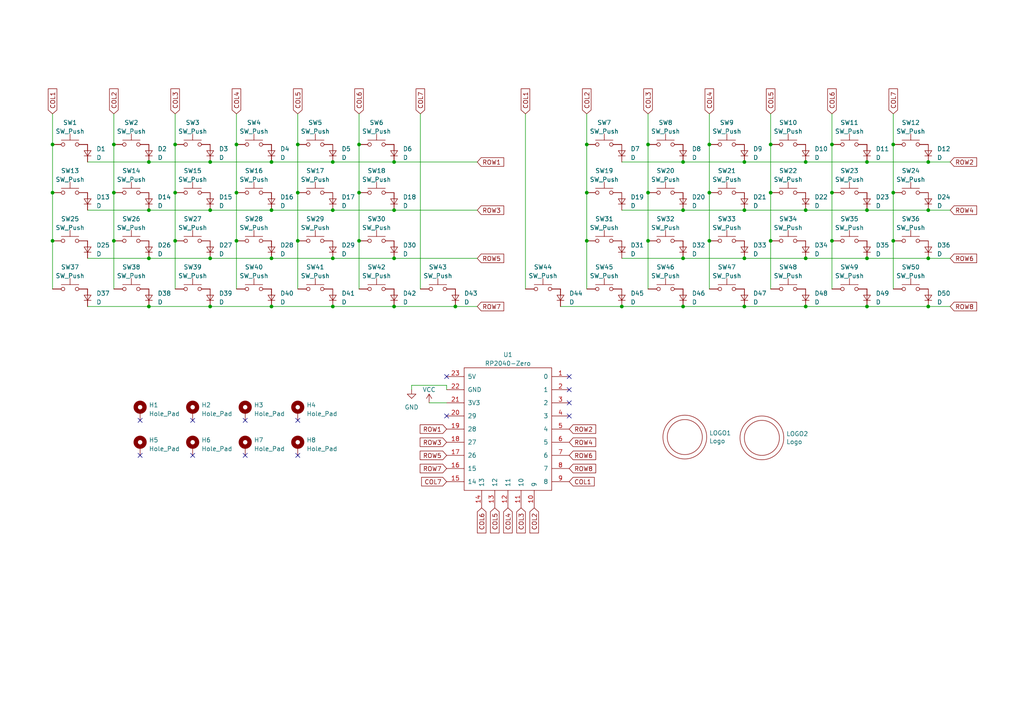
<source format=kicad_sch>
(kicad_sch (version 20230121) (generator eeschema)
  (paper "A4")
  (title_block (title "Sha MX") (date "2023-11-26") (rev "1.0") (company "skarrmann"))
  (lib_symbols
    (symbol "power:GND" (power) (pin_names (offset 0))
      (property "Value" "GND" (at 0 -3.81 0))
      (symbol "GND_0_1"
        (polyline (pts (xy 0 0) (xy 0 -1.27) (xy 1.27 -1.27) (xy 0 -2.54) (xy -1.27 -1.27) (xy 0 -1.27)))
      )
      (symbol "GND_1_1"
        (pin power_in line (at 0 0 270) (length 0) hide (name "GND") (number "1"))
      )
    )
    (symbol "power:VCC" (power) (pin_names (offset 0))
      (property "Value" "VCC" (at 0 3.81 0))
      (symbol "VCC_0_1"
        (polyline (pts (xy -0.762 1.27) (xy 0 2.54)))
        (polyline (pts (xy 0 0) (xy 0 2.54)))
        (polyline (pts (xy 0 2.54) (xy 0.762 1.27)))
      )
      (symbol "VCC_1_1"
        (pin power_in line (at 0 0 90) (length 0) hide (name "VCC") (number "1"))
      )
    )
    (symbol "sha-components:D" (pin_numbers hide) (pin_names (offset 0.254) hide)
      (property "Reference" "D" (at -1.27 2.032 0))
      (property "Value" "D" (at -1.27 -2.032 0))
      (symbol "D_0_1"
        (polyline (pts (xy -0.762 -1.016) (xy -0.762 1.016)))
        (polyline (pts (xy -0.762 0) (xy 0.762 0)))
        (polyline (pts (xy 0.762 -1.016) (xy -0.762 0) (xy 0.762 1.016) (xy 0.762 -1.016)))
      )
      (symbol "D_1_1"
        (pin passive line (at -2.54 0 0) (length 1.778) (name "K") (number "1"))
        (pin passive line (at 2.54 0 180) (length 1.778) (name "A") (number "2"))
      )
    )
    (symbol "sha-components:Hole_Pad" (pin_numbers hide) (pin_names (offset 1.016) hide)
      (property "Reference" "H" (at 0 6.35 0))
      (property "Value" "Hole_Pad" (at 0 4.445 0))
      (symbol "Hole_Pad_0_1"
        (circle (center 0 1.27) (radius 1.27) (stroke (width 1.27)))
      )
      (symbol "Hole_Pad_1_1"
        (pin input line (at 0 -2.54 90) (length 2.54) (name "1") (number "1"))
      )
    )
    (symbol "sha-components:Logo" (pin_names (offset 1.016))
      (property "Reference" "LOGO" (at 0 -1.27 0))
      (property "Value" "Logo" (at 0 1.27 0))
      (symbol "Logo_0_1"
        (circle (center 0 0) (radius 5.08))
        (circle (center 0 0) (radius 6.35))
      )
    )
    (symbol "sha-components:RP2040-Zero" (pin_names (offset 1))
      (property "Reference" "U" (at 0 0 0))
      (property "Value" "RP2040-Zero" (at 0 -2.54 0))
      (symbol "RP2040-Zero_0_1"
        (rectangle (start -12.7 17.78) (end 12.7 -17.78) (stroke (width 0.1524)))
      )
      (symbol "RP2040-Zero_1_1"
        (pin input line (at 17.78 15.24 180) (length 5.08) (name "0") (number "1"))
        (pin input line (at 7.62 -22.86 90) (length 5.08) (name "9") (number "10"))
        (pin input line (at 3.81 -22.86 90) (length 5.08) (name "10") (number "11"))
        (pin input line (at 0 -22.86 90) (length 5.08) (name "11") (number "12"))
        (pin input line (at -3.81 -22.86 90) (length 5.08) (name "12") (number "13"))
        (pin input line (at -7.62 -22.86 90) (length 5.08) (name "13") (number "14"))
        (pin input line (at -17.78 -15.24 0) (length 5.08) (name "14") (number "15"))
        (pin input line (at -17.78 -11.43 0) (length 5.08) (name "15") (number "16"))
        (pin input line (at -17.78 -7.62 0) (length 5.08) (name "26") (number "17"))
        (pin input line (at -17.78 -3.81 0) (length 5.08) (name "27") (number "18"))
        (pin input line (at -17.78 0 0) (length 5.08) (name "28") (number "19"))
        (pin input line (at 17.78 11.43 180) (length 5.08) (name "1") (number "2"))
        (pin input line (at -17.78 3.81 0) (length 5.08) (name "29") (number "20"))
        (pin input line (at -17.78 7.62 0) (length 5.08) (name "3V3") (number "21"))
        (pin input line (at -17.78 11.43 0) (length 5.08) (name "GND") (number "22"))
        (pin input line (at -17.78 15.24 0) (length 5.08) (name "5V") (number "23"))
        (pin input line (at 17.78 7.62 180) (length 5.08) (name "2") (number "3"))
        (pin input line (at 17.78 3.81 180) (length 5.08) (name "3") (number "4"))
        (pin input line (at 17.78 0 180) (length 5.08) (name "4") (number "5"))
        (pin input line (at 17.78 -3.81 180) (length 5.08) (name "5") (number "6"))
        (pin input line (at 17.78 -7.62 180) (length 5.08) (name "6") (number "7"))
        (pin input line (at 17.78 -11.43 180) (length 5.08) (name "7") (number "8"))
        (pin input line (at 17.78 -15.24 180) (length 5.08) (name "8") (number "9"))
      )
    )
    (symbol "sha-components:SW_Push" (pin_numbers hide) (pin_names (offset 1.016) hide)
      (property "Reference" "SW" (at 1.27 2.54 0))
      (property "Value" "SW_Push" (at 0 -1.524 0))
      (symbol "SW_Push_0_1"
        (circle (center -2.032 0) (radius 0.508))
        (polyline (pts (xy 0 1.27) (xy 0 3.048)))
        (polyline (pts (xy 2.54 1.27) (xy -2.54 1.27)))
        (circle (center 2.032 0) (radius 0.508))
        (pin passive line (at -5.08 0 0) (length 2.54) (name "1") (number "1"))
        (pin passive line (at 5.08 0 180) (length 2.54) (name "2") (number "2"))
      )
    )
  )
  (junction (at 241.3 41.91))
  (junction (at 96.52 46.99))
  (junction (at 170.18 69.85))
  (junction (at 43.18 60.96))
  (junction (at 198.12 46.99))
  (junction (at 198.12 88.9))
  (junction (at 269.24 60.96))
  (junction (at 205.74 41.91))
  (junction (at 78.74 60.96))
  (junction (at 269.24 74.93))
  (junction (at 96.52 74.93))
  (junction (at 251.46 88.9))
  (junction (at 259.08 69.85))
  (junction (at 68.58 41.91))
  (junction (at 114.3 46.99))
  (junction (at 114.3 60.96))
  (junction (at 104.14 55.88))
  (junction (at 205.74 69.85))
  (junction (at 33.02 41.91))
  (junction (at 187.96 55.88))
  (junction (at 60.96 60.96))
  (junction (at 96.52 88.9))
  (junction (at 223.52 41.91))
  (junction (at 233.68 46.99))
  (junction (at 187.96 69.85))
  (junction (at 170.18 41.91))
  (junction (at 78.74 46.99))
  (junction (at 241.3 69.85))
  (junction (at 43.18 88.9))
  (junction (at 33.02 55.88))
  (junction (at 241.3 55.88))
  (junction (at 50.8 41.91))
  (junction (at 187.96 41.91))
  (junction (at 198.12 60.96))
  (junction (at 269.24 88.9))
  (junction (at 60.96 74.93))
  (junction (at 180.34 88.9))
  (junction (at 15.24 69.85))
  (junction (at 233.68 74.93))
  (junction (at 215.9 74.93))
  (junction (at 86.36 41.91))
  (junction (at 251.46 46.99))
  (junction (at 104.14 41.91))
  (junction (at 215.9 60.96))
  (junction (at 96.52 60.96))
  (junction (at 215.9 46.99))
  (junction (at 15.24 41.91))
  (junction (at 15.24 55.88))
  (junction (at 78.74 74.93))
  (junction (at 259.08 55.88))
  (junction (at 68.58 69.85))
  (junction (at 43.18 74.93))
  (junction (at 86.36 69.85))
  (junction (at 251.46 74.93))
  (junction (at 60.96 88.9))
  (junction (at 43.18 46.99))
  (junction (at 86.36 55.88))
  (junction (at 215.9 88.9))
  (junction (at 114.3 88.9))
  (junction (at 251.46 60.96))
  (junction (at 60.96 46.99))
  (junction (at 132.08 88.9))
  (junction (at 198.12 74.93))
  (junction (at 104.14 69.85))
  (junction (at 233.68 88.9))
  (junction (at 269.24 46.99))
  (junction (at 50.8 55.88))
  (junction (at 259.08 41.91))
  (junction (at 233.68 60.96))
  (junction (at 78.74 88.9))
  (junction (at 50.8 69.85))
  (junction (at 223.52 55.88))
  (junction (at 68.58 55.88))
  (junction (at 170.18 55.88))
  (junction (at 223.52 69.85))
  (junction (at 114.3 74.93))
  (junction (at 33.02 69.85))
  (junction (at 205.74 55.88))
  (no_connect (at 86.36 132.08))
  (no_connect (at 165.1 113.03))
  (no_connect (at 86.36 121.92))
  (no_connect (at 55.88 121.92))
  (no_connect (at 71.12 121.92))
  (no_connect (at 165.1 116.84))
  (no_connect (at 129.54 120.65))
  (no_connect (at 40.64 132.08))
  (no_connect (at 165.1 120.65))
  (no_connect (at 55.88 132.08))
  (no_connect (at 71.12 132.08))
  (no_connect (at 165.1 109.22))
  (no_connect (at 129.54 109.22))
  (no_connect (at 40.64 121.92))
  (wire (pts (xy 170.18 55.88) (xy 170.18 69.85)))
  (wire (pts (xy 96.52 88.9) (xy 114.3 88.9)))
  (wire (pts (xy 114.3 88.9) (xy 132.08 88.9)))
  (wire (pts (xy 96.52 46.99) (xy 114.3 46.99)))
  (wire (pts (xy 198.12 46.99) (xy 215.9 46.99)))
  (wire (pts (xy 259.08 55.88) (xy 259.08 69.85)))
  (wire (pts (xy 187.96 41.91) (xy 187.96 55.88)))
  (wire (pts (xy 223.52 33.02) (xy 223.52 41.91)))
  (wire (pts (xy 60.96 60.96) (xy 78.74 60.96)))
  (wire (pts (xy 187.96 33.02) (xy 187.96 41.91)))
  (wire (pts (xy 33.02 33.02) (xy 33.02 41.91)))
  (wire (pts (xy 78.74 74.93) (xy 96.52 74.93)))
  (wire (pts (xy 233.68 88.9) (xy 251.46 88.9)))
  (wire (pts (xy 104.14 55.88) (xy 104.14 69.85)))
  (wire (pts (xy 68.58 69.85) (xy 68.58 83.82)))
  (wire (pts (xy 215.9 74.93) (xy 233.68 74.93)))
  (wire (pts (xy 269.24 88.9) (xy 275.59 88.9)))
  (wire (pts (xy 241.3 41.91) (xy 241.3 55.88)))
  (wire (pts (xy 205.74 41.91) (xy 205.74 55.88)))
  (wire (pts (xy 205.74 33.02) (xy 205.74 41.91)))
  (wire (pts (xy 114.3 46.99) (xy 138.43 46.99)))
  (wire (pts (xy 251.46 74.93) (xy 269.24 74.93)))
  (wire (pts (xy 96.52 60.96) (xy 114.3 60.96)))
  (wire (pts (xy 170.18 69.85) (xy 170.18 83.82)))
  (wire (pts (xy 25.4 46.99) (xy 43.18 46.99)))
  (wire (pts (xy 215.9 88.9) (xy 233.68 88.9)))
  (wire (pts (xy 198.12 60.96) (xy 215.9 60.96)))
  (wire (pts (xy 86.36 69.85) (xy 86.36 83.82)))
  (wire (pts (xy 233.68 60.96) (xy 251.46 60.96)))
  (wire (pts (xy 86.36 55.88) (xy 86.36 69.85)))
  (wire (pts (xy 15.24 69.85) (xy 15.24 83.82)))
  (wire (pts (xy 60.96 46.99) (xy 78.74 46.99)))
  (wire (pts (xy 78.74 46.99) (xy 96.52 46.99)))
  (wire (pts (xy 15.24 33.02) (xy 15.24 41.91)))
  (wire (pts (xy 132.08 88.9) (xy 138.43 88.9)))
  (wire (pts (xy 119.38 111.76) (xy 129.54 111.76)))
  (wire (pts (xy 104.14 41.91) (xy 104.14 55.88)))
  (wire (pts (xy 205.74 55.88) (xy 205.74 69.85)))
  (wire (pts (xy 241.3 33.02) (xy 241.3 41.91)))
  (wire (pts (xy 25.4 74.93) (xy 43.18 74.93)))
  (wire (pts (xy 114.3 60.96) (xy 138.43 60.96)))
  (wire (pts (xy 129.54 116.84) (xy 124.46 116.84)))
  (wire (pts (xy 269.24 60.96) (xy 275.59 60.96)))
  (wire (pts (xy 43.18 88.9) (xy 60.96 88.9)))
  (wire (pts (xy 215.9 60.96) (xy 233.68 60.96)))
  (wire (pts (xy 269.24 74.93) (xy 275.59 74.93)))
  (wire (pts (xy 121.92 33.02) (xy 121.92 83.82)))
  (wire (pts (xy 251.46 46.99) (xy 269.24 46.99)))
  (wire (pts (xy 104.14 33.02) (xy 104.14 41.91)))
  (wire (pts (xy 25.4 88.9) (xy 43.18 88.9)))
  (wire (pts (xy 43.18 60.96) (xy 60.96 60.96)))
  (wire (pts (xy 170.18 41.91) (xy 170.18 55.88)))
  (wire (pts (xy 259.08 69.85) (xy 259.08 83.82)))
  (wire (pts (xy 15.24 41.91) (xy 15.24 55.88)))
  (wire (pts (xy 170.18 33.02) (xy 170.18 41.91)))
  (wire (pts (xy 129.54 111.76) (xy 129.54 113.03)))
  (wire (pts (xy 114.3 74.93) (xy 138.43 74.93)))
  (wire (pts (xy 60.96 74.93) (xy 78.74 74.93)))
  (wire (pts (xy 241.3 55.88) (xy 241.3 69.85)))
  (wire (pts (xy 233.68 46.99) (xy 251.46 46.99)))
  (wire (pts (xy 25.4 60.96) (xy 43.18 60.96)))
  (wire (pts (xy 223.52 69.85) (xy 223.52 83.82)))
  (wire (pts (xy 251.46 60.96) (xy 269.24 60.96)))
  (wire (pts (xy 50.8 69.85) (xy 50.8 83.82)))
  (wire (pts (xy 119.38 111.76) (xy 119.38 113.03)))
  (wire (pts (xy 259.08 33.02) (xy 259.08 41.91)))
  (wire (pts (xy 251.46 88.9) (xy 269.24 88.9)))
  (wire (pts (xy 269.24 46.99) (xy 275.59 46.99)))
  (wire (pts (xy 223.52 41.91) (xy 223.52 55.88)))
  (wire (pts (xy 259.08 41.91) (xy 259.08 55.88)))
  (wire (pts (xy 50.8 41.91) (xy 50.8 55.88)))
  (wire (pts (xy 86.36 41.91) (xy 86.36 55.88)))
  (wire (pts (xy 187.96 69.85) (xy 187.96 83.82)))
  (wire (pts (xy 187.96 55.88) (xy 187.96 69.85)))
  (wire (pts (xy 198.12 88.9) (xy 215.9 88.9)))
  (wire (pts (xy 198.12 74.93) (xy 215.9 74.93)))
  (wire (pts (xy 50.8 55.88) (xy 50.8 69.85)))
  (wire (pts (xy 68.58 33.02) (xy 68.58 41.91)))
  (wire (pts (xy 33.02 55.88) (xy 33.02 69.85)))
  (wire (pts (xy 33.02 69.85) (xy 33.02 83.82)))
  (wire (pts (xy 233.68 74.93) (xy 251.46 74.93)))
  (wire (pts (xy 152.4 33.02) (xy 152.4 83.82)))
  (wire (pts (xy 78.74 88.9) (xy 96.52 88.9)))
  (wire (pts (xy 43.18 74.93) (xy 60.96 74.93)))
  (wire (pts (xy 68.58 55.88) (xy 68.58 69.85)))
  (wire (pts (xy 50.8 33.02) (xy 50.8 41.91)))
  (wire (pts (xy 215.9 46.99) (xy 233.68 46.99)))
  (wire (pts (xy 33.02 41.91) (xy 33.02 55.88)))
  (wire (pts (xy 223.52 55.88) (xy 223.52 69.85)))
  (wire (pts (xy 180.34 60.96) (xy 198.12 60.96)))
  (wire (pts (xy 86.36 33.02) (xy 86.36 41.91)))
  (wire (pts (xy 162.56 88.9) (xy 180.34 88.9)))
  (wire (pts (xy 241.3 69.85) (xy 241.3 83.82)))
  (wire (pts (xy 96.52 74.93) (xy 114.3 74.93)))
  (wire (pts (xy 43.18 46.99) (xy 60.96 46.99)))
  (wire (pts (xy 180.34 46.99) (xy 198.12 46.99)))
  (wire (pts (xy 104.14 69.85) (xy 104.14 83.82)))
  (wire (pts (xy 180.34 88.9) (xy 198.12 88.9)))
  (wire (pts (xy 78.74 60.96) (xy 96.52 60.96)))
  (wire (pts (xy 15.24 55.88) (xy 15.24 69.85)))
  (wire (pts (xy 180.34 74.93) (xy 198.12 74.93)))
  (wire (pts (xy 60.96 88.9) (xy 78.74 88.9)))
  (wire (pts (xy 205.74 69.85) (xy 205.74 83.82)))
  (wire (pts (xy 68.58 41.91) (xy 68.58 55.88)))
  (global_label "COL7" (shape input) (at 121.92 33.02 90) (property "Intersheetrefs" "${INTERSHEET_REFS}" (effects hide)))
  (global_label "ROW2" (shape input) (at 275.59 46.99 0) (property "Intersheetrefs" "${INTERSHEET_REFS}" (effects hide)))
  (global_label "ROW6" (shape input) (at 165.1 132.08 0) (property "Intersheetrefs" "${INTERSHEET_REFS}" (effects hide)))
  (global_label "COL7" (shape input) (at 259.08 33.02 90) (property "Intersheetrefs" "${INTERSHEET_REFS}" (effects hide)))
  (global_label "COL5" (shape input) (at 223.52 33.02 90) (property "Intersheetrefs" "${INTERSHEET_REFS}" (effects hide)))
  (global_label "ROW5" (shape input) (at 129.54 132.08 180) (property "Intersheetrefs" "${INTERSHEET_REFS}" (effects hide)))
  (global_label "COL5" (shape input) (at 143.51 147.32 270) (property "Intersheetrefs" "${INTERSHEET_REFS}" (effects hide)))
  (global_label "ROW1" (shape input) (at 138.43 46.99 0) (property "Intersheetrefs" "${INTERSHEET_REFS}" (effects hide)))
  (global_label "ROW4" (shape input) (at 275.59 60.96 0) (property "Intersheetrefs" "${INTERSHEET_REFS}" (effects hide)))
  (global_label "ROW5" (shape input) (at 138.43 74.93 0) (property "Intersheetrefs" "${INTERSHEET_REFS}" (effects hide)))
  (global_label "COL1" (shape input) (at 165.1 139.7 0) (property "Intersheetrefs" "${INTERSHEET_REFS}" (effects hide)))
  (global_label "COL5" (shape input) (at 86.36 33.02 90) (property "Intersheetrefs" "${INTERSHEET_REFS}" (effects hide)))
  (global_label "COL2" (shape input) (at 170.18 33.02 90) (property "Intersheetrefs" "${INTERSHEET_REFS}" (effects hide)))
  (global_label "ROW7" (shape input) (at 138.43 88.9 0) (property "Intersheetrefs" "${INTERSHEET_REFS}" (effects hide)))
  (global_label "COL3" (shape input) (at 50.8 33.02 90) (property "Intersheetrefs" "${INTERSHEET_REFS}" (effects hide)))
  (global_label "COL6" (shape input) (at 241.3 33.02 90) (property "Intersheetrefs" "${INTERSHEET_REFS}" (effects hide)))
  (global_label "COL6" (shape input) (at 139.7 147.32 270) (property "Intersheetrefs" "${INTERSHEET_REFS}" (effects hide)))
  (global_label "ROW3" (shape input) (at 138.43 60.96 0) (property "Intersheetrefs" "${INTERSHEET_REFS}" (effects hide)))
  (global_label "ROW3" (shape input) (at 129.54 128.27 180) (property "Intersheetrefs" "${INTERSHEET_REFS}" (effects hide)))
  (global_label "COL4" (shape input) (at 205.74 33.02 90) (property "Intersheetrefs" "${INTERSHEET_REFS}" (effects hide)))
  (global_label "ROW8" (shape input) (at 275.59 88.9 0) (property "Intersheetrefs" "${INTERSHEET_REFS}" (effects hide)))
  (global_label "COL3" (shape input) (at 151.13 147.32 270) (property "Intersheetrefs" "${INTERSHEET_REFS}" (effects hide)))
  (global_label "ROW4" (shape input) (at 165.1 128.27 0) (property "Intersheetrefs" "${INTERSHEET_REFS}" (effects hide)))
  (global_label "ROW6" (shape input) (at 275.59 74.93 0) (property "Intersheetrefs" "${INTERSHEET_REFS}" (effects hide)))
  (global_label "COL7" (shape input) (at 129.54 139.7 180) (property "Intersheetrefs" "${INTERSHEET_REFS}" (effects hide)))
  (global_label "ROW8" (shape input) (at 165.1 135.89 0) (property "Intersheetrefs" "${INTERSHEET_REFS}" (effects hide)))
  (global_label "COL2" (shape input) (at 154.94 147.32 270) (property "Intersheetrefs" "${INTERSHEET_REFS}" (effects hide)))
  (global_label "COL6" (shape input) (at 104.14 33.02 90) (property "Intersheetrefs" "${INTERSHEET_REFS}" (effects hide)))
  (global_label "COL3" (shape input) (at 187.96 33.02 90) (property "Intersheetrefs" "${INTERSHEET_REFS}" (effects hide)))
  (global_label "COL1" (shape input) (at 15.24 33.02 90) (property "Intersheetrefs" "${INTERSHEET_REFS}" (effects hide)))
  (global_label "COL1" (shape input) (at 152.4 33.02 90) (property "Intersheetrefs" "${INTERSHEET_REFS}" (effects hide)))
  (global_label "ROW7" (shape input) (at 129.54 135.89 180) (property "Intersheetrefs" "${INTERSHEET_REFS}" (effects hide)))
  (global_label "ROW2" (shape input) (at 165.1 124.46 0) (property "Intersheetrefs" "${INTERSHEET_REFS}" (effects hide)))
  (global_label "COL4" (shape input) (at 147.32 147.32 270) (property "Intersheetrefs" "${INTERSHEET_REFS}" (effects hide)))
  (global_label "COL4" (shape input) (at 68.58 33.02 90) (property "Intersheetrefs" "${INTERSHEET_REFS}" (effects hide)))
  (global_label "COL2" (shape input) (at 33.02 33.02 90) (property "Intersheetrefs" "${INTERSHEET_REFS}" (effects hide)))
  (global_label "ROW1" (shape input) (at 129.54 124.46 180) (property "Intersheetrefs" "${INTERSHEET_REFS}" (effects hide)))
  (symbol (lib_id "sha-components:Logo") (at 198.623 126.7699 0) (unit 1)
    (property "Reference" "LOGO1" (at 205.6842 125.6015 0) (effects (justify left)))
    (property "Value" "Logo" (at 205.6842 127.9129 0) (effects (justify left)))
    (property "Footprint" "sha-footprints:Logo_Sha" (effects hide))
  )
  (symbol (lib_id "sha-components:D") (at 180.34 44.45 90) (unit 1)
    (property "Reference" "D7" (at 182.88 43.18 90) (effects (justify right)))
    (property "Value" "D" (at 182.88 45.72 90) (effects (justify right)))
    (property "Footprint" "sha-footprints:D_SOD-123" (effects hide))
  )
  (symbol (lib_id "sha-components:D") (at 233.68 72.39 90) (unit 1)
    (property "Reference" "D34" (at 236.22 71.12 90) (effects (justify right)))
    (property "Value" "D" (at 236.22 73.66 90) (effects (justify right)))
    (property "Footprint" "sha-footprints:D_SOD-123" (effects hide))
  )
  (symbol (lib_id "sha-components:D") (at 180.34 86.36 90) (unit 1)
    (property "Reference" "D45" (at 182.88 85.09 90) (effects (justify right)))
    (property "Value" "D" (at 182.88 87.63 90) (effects (justify right)))
    (property "Footprint" "sha-footprints:D_SOD-123" (effects hide))
  )
  (symbol (lib_id "sha-components:D") (at 233.68 58.42 90) (unit 1)
    (property "Reference" "D22" (at 236.22 57.15 90) (effects (justify right)))
    (property "Value" "D" (at 236.22 59.69 90) (effects (justify right)))
    (property "Footprint" "sha-footprints:D_SOD-123" (effects hide))
  )
  (symbol (lib_id "sha-components:D") (at 60.96 58.42 90) (unit 1)
    (property "Reference" "D15" (at 63.5 57.15 90) (effects (justify right)))
    (property "Value" "D" (at 63.5 59.69 90) (effects (justify right)))
    (property "Footprint" "sha-footprints:D_SOD-123" (effects hide))
  )
  (symbol (lib_id "sha-components:SW_Push") (at 91.44 69.85 0) (unit 1)
    (property "Reference" "SW29" (at 91.44 63.5 0))
    (property "Value" "SW_Push" (at 91.44 66.04 0))
    (property "Footprint" "sha-footprints:SW_MX_Reverse_Cutout" (effects hide))
  )
  (symbol (lib_id "sha-components:D") (at 78.74 44.45 90) (unit 1)
    (property "Reference" "D4" (at 81.28 43.18 90) (effects (justify right)))
    (property "Value" "D" (at 81.28 45.72 90) (effects (justify right)))
    (property "Footprint" "sha-footprints:D_SOD-123" (effects hide))
  )
  (symbol (lib_id "sha-components:SW_Push") (at 210.82 55.88 0) (unit 1)
    (property "Reference" "SW21" (at 210.82 49.53 0))
    (property "Value" "SW_Push" (at 210.82 52.07 0))
    (property "Footprint" "sha-footprints:SW_MX_Reverse_Cutout" (effects hide))
  )
  (symbol (lib_id "sha-components:SW_Push") (at 157.48 83.82 0) (unit 1)
    (property "Reference" "SW44" (at 157.48 77.47 0))
    (property "Value" "SW_Push" (at 157.48 80.01 0))
    (property "Footprint" "sha-footprints:SW_MX_Reverse_Cutout" (effects hide))
  )
  (symbol (lib_id "sha-components:D") (at 25.4 72.39 90) (unit 1)
    (property "Reference" "D25" (at 27.94 71.12 90) (effects (justify right)))
    (property "Value" "D" (at 27.94 73.66 90) (effects (justify right)))
    (property "Footprint" "sha-footprints:D_SOD-123" (effects hide))
  )
  (symbol (lib_id "sha-components:SW_Push") (at 210.82 83.82 0) (unit 1)
    (property "Reference" "SW47" (at 210.82 77.47 0))
    (property "Value" "SW_Push" (at 210.82 80.01 0))
    (property "Footprint" "sha-footprints:SW_MX_Reverse_Cutout" (effects hide))
  )
  (symbol (lib_id "sha-components:SW_Push") (at 264.16 83.82 0) (unit 1)
    (property "Reference" "SW50" (at 264.16 77.47 0))
    (property "Value" "SW_Push" (at 264.16 80.01 0))
    (property "Footprint" "sha-footprints:SW_MX_Reverse_Cutout" (effects hide))
  )
  (symbol (lib_id "sha-components:SW_Push") (at 38.1 41.91 0) (unit 1)
    (property "Reference" "SW2" (at 38.1 35.56 0))
    (property "Value" "SW_Push" (at 38.1 38.1 0))
    (property "Footprint" "sha-footprints:SW_MX_Reverse_Cutout" (effects hide))
  )
  (symbol (lib_id "sha-components:D") (at 215.9 58.42 90) (unit 1)
    (property "Reference" "D21" (at 218.44 57.15 90) (effects (justify right)))
    (property "Value" "D" (at 218.44 59.69 90) (effects (justify right)))
    (property "Footprint" "sha-footprints:D_SOD-123" (effects hide))
  )
  (symbol (lib_id "sha-components:Hole_Pad") (at 55.88 129.54 0) (unit 1)
    (property "Reference" "H6" (at 58.42 127.635 0) (effects (justify left)))
    (property "Value" "Hole_Pad" (at 58.42 130.175 0) (effects (justify left)))
    (property "Footprint" "sha-footprints:Mount_M2" (effects hide))
  )
  (symbol (lib_id "sha-components:SW_Push") (at 55.88 55.88 0) (unit 1)
    (property "Reference" "SW15" (at 55.88 49.53 0))
    (property "Value" "SW_Push" (at 55.88 52.07 0))
    (property "Footprint" "sha-footprints:SW_MX_Reverse_Cutout" (effects hide))
  )
  (symbol (lib_id "sha-components:SW_Push") (at 38.1 69.85 0) (unit 1)
    (property "Reference" "SW26" (at 38.1 63.5 0))
    (property "Value" "SW_Push" (at 38.1 66.04 0))
    (property "Footprint" "sha-footprints:SW_MX_Reverse_Cutout" (effects hide))
  )
  (symbol (lib_id "sha-components:SW_Push") (at 109.22 83.82 0) (unit 1)
    (property "Reference" "SW42" (at 109.22 77.47 0))
    (property "Value" "SW_Push" (at 109.22 80.01 0))
    (property "Footprint" "sha-footprints:SW_MX_Reverse_Cutout" (effects hide))
  )
  (symbol (lib_id "sha-components:D") (at 78.74 86.36 90) (unit 1)
    (property "Reference" "D40" (at 81.28 85.09 90) (effects (justify right)))
    (property "Value" "D" (at 81.28 87.63 90) (effects (justify right)))
    (property "Footprint" "sha-footprints:D_SOD-123" (effects hide))
  )
  (symbol (lib_id "sha-components:D") (at 198.12 86.36 90) (unit 1)
    (property "Reference" "D46" (at 200.66 85.09 90) (effects (justify right)))
    (property "Value" "D" (at 200.66 87.63 90) (effects (justify right)))
    (property "Footprint" "sha-footprints:D_SOD-123" (effects hide))
  )
  (symbol (lib_id "sha-components:SW_Push") (at 91.44 83.82 0) (unit 1)
    (property "Reference" "SW41" (at 91.44 77.47 0))
    (property "Value" "SW_Push" (at 91.44 80.01 0))
    (property "Footprint" "sha-footprints:SW_MX_Reverse_Cutout" (effects hide))
  )
  (symbol (lib_id "sha-components:D") (at 198.12 58.42 90) (unit 1)
    (property "Reference" "D20" (at 200.66 57.15 90) (effects (justify right)))
    (property "Value" "D" (at 200.66 59.69 90) (effects (justify right)))
    (property "Footprint" "sha-footprints:D_SOD-123" (effects hide))
  )
  (symbol (lib_id "sha-components:Hole_Pad") (at 71.12 129.54 0) (unit 1)
    (property "Reference" "H7" (at 73.66 127.635 0) (effects (justify left)))
    (property "Value" "Hole_Pad" (at 73.66 130.175 0) (effects (justify left)))
    (property "Footprint" "sha-footprints:Mount_M2" (effects hide))
  )
  (symbol (lib_id "sha-components:SW_Push") (at 264.16 55.88 0) (unit 1)
    (property "Reference" "SW24" (at 264.16 49.53 0))
    (property "Value" "SW_Push" (at 264.16 52.07 0))
    (property "Footprint" "sha-footprints:SW_MX_Reverse_Cutout" (effects hide))
  )
  (symbol (lib_id "sha-components:SW_Push") (at 20.32 41.91 0) (unit 1)
    (property "Reference" "SW1" (at 20.32 35.56 0))
    (property "Value" "SW_Push" (at 20.32 38.1 0))
    (property "Footprint" "sha-footprints:SW_MX_Reverse_Cutout" (effects hide))
  )
  (symbol (lib_id "sha-components:D") (at 60.96 44.45 90) (unit 1)
    (property "Reference" "D3" (at 63.5 43.18 90) (effects (justify right)))
    (property "Value" "D" (at 63.5 45.72 90) (effects (justify right)))
    (property "Footprint" "sha-footprints:D_SOD-123" (effects hide))
  )
  (symbol (lib_id "sha-components:D") (at 25.4 86.36 90) (unit 1)
    (property "Reference" "D37" (at 27.94 85.09 90) (effects (justify right)))
    (property "Value" "D" (at 27.94 87.63 90) (effects (justify right)))
    (property "Footprint" "sha-footprints:D_SOD-123" (effects hide))
  )
  (symbol (lib_id "sha-components:Hole_Pad") (at 86.36 129.54 0) (unit 1)
    (property "Reference" "H8" (at 88.9 127.635 0) (effects (justify left)))
    (property "Value" "Hole_Pad" (at 88.9 130.175 0) (effects (justify left)))
    (property "Footprint" "sha-footprints:Mount_M2" (effects hide))
  )
  (symbol (lib_id "sha-components:D") (at 114.3 58.42 90) (unit 1)
    (property "Reference" "D18" (at 116.84 57.15 90) (effects (justify right)))
    (property "Value" "D" (at 116.84 59.69 90) (effects (justify right)))
    (property "Footprint" "sha-footprints:D_SOD-123" (effects hide))
  )
  (symbol (lib_id "sha-components:Logo") (at 220.98 127 0) (unit 1)
    (property "Reference" "LOGO2" (at 228.0412 125.8316 0) (effects (justify left)))
    (property "Value" "Logo" (at 228.0412 128.143 0) (effects (justify left)))
    (property "Footprint" "sha-footprints:Logo_Sha_Name" (effects hide))
  )
  (symbol (lib_id "sha-components:D") (at 43.18 58.42 90) (unit 1)
    (property "Reference" "D14" (at 45.72 57.15 90) (effects (justify right)))
    (property "Value" "D" (at 45.72 59.69 90) (effects (justify right)))
    (property "Footprint" "sha-footprints:D_SOD-123" (effects hide))
  )
  (symbol (lib_id "sha-components:SW_Push") (at 175.26 83.82 0) (unit 1)
    (property "Reference" "SW45" (at 175.26 77.47 0))
    (property "Value" "SW_Push" (at 175.26 80.01 0))
    (property "Footprint" "sha-footprints:SW_MX_Reverse_Cutout" (effects hide))
  )
  (symbol (lib_id "sha-components:D") (at 233.68 44.45 90) (unit 1)
    (property "Reference" "D10" (at 236.22 43.18 90) (effects (justify right)))
    (property "Value" "D" (at 236.22 45.72 90) (effects (justify right)))
    (property "Footprint" "sha-footprints:D_SOD-123" (effects hide))
  )
  (symbol (lib_id "sha-components:D") (at 114.3 86.36 90) (unit 1)
    (property "Reference" "D42" (at 116.84 85.09 90) (effects (justify right)))
    (property "Value" "D" (at 116.84 87.63 90) (effects (justify right)))
    (property "Footprint" "sha-footprints:D_SOD-123" (effects hide))
  )
  (symbol (lib_id "sha-components:Hole_Pad") (at 71.12 119.38 0) (unit 1)
    (property "Reference" "H3" (at 73.66 117.475 0) (effects (justify left)))
    (property "Value" "Hole_Pad" (at 73.66 120.015 0) (effects (justify left)))
    (property "Footprint" "sha-footprints:Mount_M2" (effects hide))
  )
  (symbol (lib_id "sha-components:SW_Push") (at 193.04 83.82 0) (unit 1)
    (property "Reference" "SW46" (at 193.04 77.47 0))
    (property "Value" "SW_Push" (at 193.04 80.01 0))
    (property "Footprint" "sha-footprints:SW_MX_Reverse_Cutout" (effects hide))
  )
  (symbol (lib_id "sha-components:D") (at 60.96 86.36 90) (unit 1)
    (property "Reference" "D39" (at 63.5 85.09 90) (effects (justify right)))
    (property "Value" "D" (at 63.5 87.63 90) (effects (justify right)))
    (property "Footprint" "sha-footprints:D_SOD-123" (effects hide))
  )
  (symbol (lib_id "sha-components:D") (at 96.52 58.42 90) (unit 1)
    (property "Reference" "D17" (at 99.06 57.15 90) (effects (justify right)))
    (property "Value" "D" (at 99.06 59.69 90) (effects (justify right)))
    (property "Footprint" "sha-footprints:D_SOD-123" (effects hide))
  )
  (symbol (lib_id "sha-components:SW_Push") (at 175.26 41.91 0) (unit 1)
    (property "Reference" "SW7" (at 175.26 35.56 0))
    (property "Value" "SW_Push" (at 175.26 38.1 0))
    (property "Footprint" "sha-footprints:SW_MX_Reverse_Cutout" (effects hide))
  )
  (symbol (lib_id "sha-components:SW_Push") (at 246.38 55.88 0) (unit 1)
    (property "Reference" "SW23" (at 246.38 49.53 0))
    (property "Value" "SW_Push" (at 246.38 52.07 0))
    (property "Footprint" "sha-footprints:SW_MX_Reverse_Cutout" (effects hide))
  )
  (symbol (lib_id "sha-components:SW_Push") (at 193.04 41.91 0) (unit 1)
    (property "Reference" "SW8" (at 193.04 35.56 0))
    (property "Value" "SW_Push" (at 193.04 38.1 0))
    (property "Footprint" "sha-footprints:SW_MX_Reverse_Cutout" (effects hide))
  )
  (symbol (lib_id "sha-components:D") (at 233.68 86.36 90) (unit 1)
    (property "Reference" "D48" (at 236.22 85.09 90) (effects (justify right)))
    (property "Value" "D" (at 236.22 87.63 90) (effects (justify right)))
    (property "Footprint" "sha-footprints:D_SOD-123" (effects hide))
  )
  (symbol (lib_id "sha-components:SW_Push") (at 264.16 41.91 0) (unit 1)
    (property "Reference" "SW12" (at 264.16 35.56 0))
    (property "Value" "SW_Push" (at 264.16 38.1 0))
    (property "Footprint" "sha-footprints:SW_MX_Reverse_Cutout" (effects hide))
  )
  (symbol (lib_id "sha-components:D") (at 180.34 72.39 90) (unit 1)
    (property "Reference" "D31" (at 182.88 71.12 90) (effects (justify right)))
    (property "Value" "D" (at 182.88 73.66 90) (effects (justify right)))
    (property "Footprint" "sha-footprints:D_SOD-123" (effects hide))
  )
  (symbol (lib_id "sha-components:D") (at 114.3 44.45 90) (unit 1)
    (property "Reference" "D6" (at 116.84 43.18 90) (effects (justify right)))
    (property "Value" "D" (at 116.84 45.72 90) (effects (justify right)))
    (property "Footprint" "sha-footprints:D_SOD-123" (effects hide))
  )
  (symbol (lib_id "sha-components:SW_Push") (at 55.88 69.85 0) (unit 1)
    (property "Reference" "SW27" (at 55.88 63.5 0))
    (property "Value" "SW_Push" (at 55.88 66.04 0))
    (property "Footprint" "sha-footprints:SW_MX_Reverse_Cutout" (effects hide))
  )
  (symbol (lib_id "sha-components:SW_Push") (at 20.32 55.88 0) (unit 1)
    (property "Reference" "SW13" (at 20.32 49.53 0))
    (property "Value" "SW_Push" (at 20.32 52.07 0))
    (property "Footprint" "sha-footprints:SW_MX_Reverse_Cutout" (effects hide))
  )
  (symbol (lib_id "sha-components:D") (at 215.9 44.45 90) (unit 1)
    (property "Reference" "D9" (at 218.44 43.18 90) (effects (justify right)))
    (property "Value" "D" (at 218.44 45.72 90) (effects (justify right)))
    (property "Footprint" "sha-footprints:D_SOD-123" (effects hide))
  )
  (symbol (lib_id "sha-components:D") (at 269.24 44.45 90) (unit 1)
    (property "Reference" "D12" (at 271.78 43.18 90) (effects (justify right)))
    (property "Value" "D" (at 271.78 45.72 90) (effects (justify right)))
    (property "Footprint" "sha-footprints:D_SOD-123" (effects hide))
  )
  (symbol (lib_id "sha-components:D") (at 78.74 72.39 90) (unit 1)
    (property "Reference" "D28" (at 81.28 71.12 90) (effects (justify right)))
    (property "Value" "D" (at 81.28 73.66 90) (effects (justify right)))
    (property "Footprint" "sha-footprints:D_SOD-123" (effects hide))
  )
  (symbol (lib_id "sha-components:D") (at 25.4 58.42 90) (unit 1)
    (property "Reference" "D13" (at 27.94 57.15 90) (effects (justify right)))
    (property "Value" "D" (at 27.94 59.69 90) (effects (justify right)))
    (property "Footprint" "sha-footprints:D_SOD-123" (effects hide))
  )
  (symbol (lib_id "sha-components:SW_Push") (at 73.66 55.88 0) (unit 1)
    (property "Reference" "SW16" (at 73.66 49.53 0))
    (property "Value" "SW_Push" (at 73.66 52.07 0))
    (property "Footprint" "sha-footprints:SW_MX_Reverse_Cutout" (effects hide))
  )
  (symbol (lib_id "sha-components:SW_Push") (at 246.38 69.85 0) (unit 1)
    (property "Reference" "SW35" (at 246.38 63.5 0))
    (property "Value" "SW_Push" (at 246.38 66.04 0))
    (property "Footprint" "sha-footprints:SW_MX_Reverse_Cutout" (effects hide))
  )
  (symbol (lib_id "sha-components:RP2040-Zero") (at 147.32 124.46 0) (unit 1)
    (property "Reference" "U1" (at 147.32 102.87 0))
    (property "Value" "RP2040-Zero" (at 147.32 105.41 0))
    (property "Footprint" "sha-footprints:RP2040-Zero_SMD" (effects hide))
  )
  (symbol (lib_id "sha-components:SW_Push") (at 228.6 41.91 0) (unit 1)
    (property "Reference" "SW10" (at 228.6 35.56 0))
    (property "Value" "SW_Push" (at 228.6 38.1 0))
    (property "Footprint" "sha-footprints:SW_MX_Reverse_Cutout" (effects hide))
  )
  (symbol (lib_id "sha-components:SW_Push") (at 73.66 69.85 0) (unit 1)
    (property "Reference" "SW28" (at 73.66 63.5 0))
    (property "Value" "SW_Push" (at 73.66 66.04 0))
    (property "Footprint" "sha-footprints:SW_MX_Reverse_Cutout" (effects hide))
  )
  (symbol (lib_id "sha-components:D") (at 25.4 44.45 90) (unit 1)
    (property "Reference" "D1" (at 27.94 43.18 90) (effects (justify right)))
    (property "Value" "D" (at 27.94 45.72 90) (effects (justify right)))
    (property "Footprint" "sha-footprints:D_SOD-123" (effects hide))
  )
  (symbol (lib_id "sha-components:D") (at 251.46 58.42 90) (unit 1)
    (property "Reference" "D23" (at 254 57.15 90) (effects (justify right)))
    (property "Value" "D" (at 254 59.69 90) (effects (justify right)))
    (property "Footprint" "sha-footprints:D_SOD-123" (effects hide))
  )
  (symbol (lib_id "sha-components:SW_Push") (at 55.88 41.91 0) (unit 1)
    (property "Reference" "SW3" (at 55.88 35.56 0))
    (property "Value" "SW_Push" (at 55.88 38.1 0))
    (property "Footprint" "sha-footprints:SW_MX_Reverse_Cutout" (effects hide))
  )
  (symbol (lib_id "sha-components:SW_Push") (at 73.66 83.82 0) (unit 1)
    (property "Reference" "SW40" (at 73.66 77.47 0))
    (property "Value" "SW_Push" (at 73.66 80.01 0))
    (property "Footprint" "sha-footprints:SW_MX_Reverse_Cutout" (effects hide))
  )
  (symbol (lib_id "sha-components:D") (at 269.24 58.42 90) (unit 1)
    (property "Reference" "D24" (at 271.78 57.15 90) (effects (justify right)))
    (property "Value" "D" (at 271.78 59.69 90) (effects (justify right)))
    (property "Footprint" "sha-footprints:D_SOD-123" (effects hide))
  )
  (symbol (lib_id "sha-components:SW_Push") (at 109.22 69.85 0) (unit 1)
    (property "Reference" "SW30" (at 109.22 63.5 0))
    (property "Value" "SW_Push" (at 109.22 66.04 0))
    (property "Footprint" "sha-footprints:SW_MX_Reverse_Cutout" (effects hide))
  )
  (symbol (lib_id "sha-components:D") (at 60.96 72.39 90) (unit 1)
    (property "Reference" "D27" (at 63.5 71.12 90) (effects (justify right)))
    (property "Value" "D" (at 63.5 73.66 90) (effects (justify right)))
    (property "Footprint" "sha-footprints:D_SOD-123" (effects hide))
  )
  (symbol (lib_id "sha-components:D") (at 269.24 86.36 90) (unit 1)
    (property "Reference" "D50" (at 271.78 85.09 90) (effects (justify right)))
    (property "Value" "D" (at 271.78 87.63 90) (effects (justify right)))
    (property "Footprint" "sha-footprints:D_SOD-123" (effects hide))
  )
  (symbol (lib_id "sha-components:SW_Push") (at 38.1 55.88 0) (unit 1)
    (property "Reference" "SW14" (at 38.1 49.53 0))
    (property "Value" "SW_Push" (at 38.1 52.07 0))
    (property "Footprint" "sha-footprints:SW_MX_Reverse_Cutout" (effects hide))
  )
  (symbol (lib_id "power:VCC") (at 124.46 116.84 0) (mirror y) (unit 1)
    (property "Reference" "#PWR02" (effects hide))
    (property "Value" "VCC" (at 124.46 113.03 0))
  )
  (symbol (lib_id "sha-components:Hole_Pad") (at 40.64 129.54 0) (unit 1)
    (property "Reference" "H5" (at 43.18 127.635 0) (effects (justify left)))
    (property "Value" "Hole_Pad" (at 43.18 130.175 0) (effects (justify left)))
    (property "Footprint" "sha-footprints:Mount_M2" (effects hide))
  )
  (symbol (lib_id "sha-components:SW_Push") (at 210.82 69.85 0) (unit 1)
    (property "Reference" "SW33" (at 210.82 63.5 0))
    (property "Value" "SW_Push" (at 210.82 66.04 0))
    (property "Footprint" "sha-footprints:SW_MX_Reverse_Cutout" (effects hide))
  )
  (symbol (lib_id "sha-components:SW_Push") (at 228.6 55.88 0) (unit 1)
    (property "Reference" "SW22" (at 228.6 49.53 0))
    (property "Value" "SW_Push" (at 228.6 52.07 0))
    (property "Footprint" "sha-footprints:SW_MX_Reverse_Cutout" (effects hide))
  )
  (symbol (lib_id "sha-components:SW_Push") (at 264.16 69.85 0) (unit 1)
    (property "Reference" "SW36" (at 264.16 63.5 0))
    (property "Value" "SW_Push" (at 264.16 66.04 0))
    (property "Footprint" "sha-footprints:SW_MX_Reverse_Cutout" (effects hide))
  )
  (symbol (lib_id "sha-components:SW_Push") (at 246.38 41.91 0) (unit 1)
    (property "Reference" "SW11" (at 246.38 35.56 0))
    (property "Value" "SW_Push" (at 246.38 38.1 0))
    (property "Footprint" "sha-footprints:SW_MX_Reverse_Cutout" (effects hide))
  )
  (symbol (lib_id "sha-components:SW_Push") (at 91.44 41.91 0) (unit 1)
    (property "Reference" "SW5" (at 91.44 35.56 0))
    (property "Value" "SW_Push" (at 91.44 38.1 0))
    (property "Footprint" "sha-footprints:SW_MX_Reverse_Cutout" (effects hide))
  )
  (symbol (lib_id "sha-components:SW_Push") (at 193.04 69.85 0) (unit 1)
    (property "Reference" "SW32" (at 193.04 63.5 0))
    (property "Value" "SW_Push" (at 193.04 66.04 0))
    (property "Footprint" "sha-footprints:SW_MX_Reverse_Cutout" (effects hide))
  )
  (symbol (lib_id "sha-components:D") (at 43.18 86.36 90) (unit 1)
    (property "Reference" "D38" (at 45.72 85.09 90) (effects (justify right)))
    (property "Value" "D" (at 45.72 87.63 90) (effects (justify right)))
    (property "Footprint" "sha-footprints:D_SOD-123" (effects hide))
  )
  (symbol (lib_id "sha-components:SW_Push") (at 38.1 83.82 0) (unit 1)
    (property "Reference" "SW38" (at 38.1 77.47 0))
    (property "Value" "SW_Push" (at 38.1 80.01 0))
    (property "Footprint" "sha-footprints:SW_MX_Reverse_Cutout" (effects hide))
  )
  (symbol (lib_id "sha-components:SW_Push") (at 193.04 55.88 0) (unit 1)
    (property "Reference" "SW20" (at 193.04 49.53 0))
    (property "Value" "SW_Push" (at 193.04 52.07 0))
    (property "Footprint" "sha-footprints:SW_MX_Reverse_Cutout" (effects hide))
  )
  (symbol (lib_id "sha-components:SW_Push") (at 55.88 83.82 0) (unit 1)
    (property "Reference" "SW39" (at 55.88 77.47 0))
    (property "Value" "SW_Push" (at 55.88 80.01 0))
    (property "Footprint" "sha-footprints:SW_MX_Reverse_Cutout" (effects hide))
  )
  (symbol (lib_id "sha-components:D") (at 43.18 72.39 90) (unit 1)
    (property "Reference" "D26" (at 45.72 71.12 90) (effects (justify right)))
    (property "Value" "D" (at 45.72 73.66 90) (effects (justify right)))
    (property "Footprint" "sha-footprints:D_SOD-123" (effects hide))
  )
  (symbol (lib_id "sha-components:SW_Push") (at 20.32 69.85 0) (unit 1)
    (property "Reference" "SW25" (at 20.32 63.5 0))
    (property "Value" "SW_Push" (at 20.32 66.04 0))
    (property "Footprint" "sha-footprints:SW_MX_Reverse_Cutout" (effects hide))
  )
  (symbol (lib_id "sha-components:SW_Push") (at 109.22 41.91 0) (unit 1)
    (property "Reference" "SW6" (at 109.22 35.56 0))
    (property "Value" "SW_Push" (at 109.22 38.1 0))
    (property "Footprint" "sha-footprints:SW_MX_Reverse_Cutout" (effects hide))
  )
  (symbol (lib_id "sha-components:SW_Push") (at 20.32 83.82 0) (unit 1)
    (property "Reference" "SW37" (at 20.32 77.47 0))
    (property "Value" "SW_Push" (at 20.32 80.01 0))
    (property "Footprint" "sha-footprints:SW_MX_Reverse_Cutout" (effects hide))
  )
  (symbol (lib_id "sha-components:Hole_Pad") (at 55.88 119.38 0) (unit 1)
    (property "Reference" "H2" (at 58.42 117.475 0) (effects (justify left)))
    (property "Value" "Hole_Pad" (at 58.42 120.015 0) (effects (justify left)))
    (property "Footprint" "sha-footprints:Mount_M2" (effects hide))
  )
  (symbol (lib_id "sha-components:SW_Push") (at 175.26 55.88 0) (unit 1)
    (property "Reference" "SW19" (at 175.26 49.53 0))
    (property "Value" "SW_Push" (at 175.26 52.07 0))
    (property "Footprint" "sha-footprints:SW_MX_Reverse_Cutout" (effects hide))
  )
  (symbol (lib_id "sha-components:SW_Push") (at 73.66 41.91 0) (unit 1)
    (property "Reference" "SW4" (at 73.66 35.56 0))
    (property "Value" "SW_Push" (at 73.66 38.1 0))
    (property "Footprint" "sha-footprints:SW_MX_Reverse_Cutout" (effects hide))
  )
  (symbol (lib_id "sha-components:D") (at 198.12 72.39 90) (unit 1)
    (property "Reference" "D32" (at 200.66 71.12 90) (effects (justify right)))
    (property "Value" "D" (at 200.66 73.66 90) (effects (justify right)))
    (property "Footprint" "sha-footprints:D_SOD-123" (effects hide))
  )
  (symbol (lib_id "sha-components:D") (at 78.74 58.42 90) (unit 1)
    (property "Reference" "D16" (at 81.28 57.15 90) (effects (justify right)))
    (property "Value" "D" (at 81.28 59.69 90) (effects (justify right)))
    (property "Footprint" "sha-footprints:D_SOD-123" (effects hide))
  )
  (symbol (lib_id "sha-components:SW_Push") (at 127 83.82 0) (unit 1)
    (property "Reference" "SW43" (at 127 77.47 0))
    (property "Value" "SW_Push" (at 127 80.01 0))
    (property "Footprint" "sha-footprints:SW_MX_Reverse_Cutout" (effects hide))
  )
  (symbol (lib_id "sha-components:SW_Push") (at 228.6 69.85 0) (unit 1)
    (property "Reference" "SW34" (at 228.6 63.5 0))
    (property "Value" "SW_Push" (at 228.6 66.04 0))
    (property "Footprint" "sha-footprints:SW_MX_Reverse_Cutout" (effects hide))
  )
  (symbol (lib_id "power:GND") (at 119.38 113.03 0) (unit 1)
    (property "Reference" "#PWR01" (effects hide))
    (property "Value" "GND" (at 119.38 118.11 0))
  )
  (symbol (lib_id "sha-components:D") (at 114.3 72.39 90) (unit 1)
    (property "Reference" "D30" (at 116.84 71.12 90) (effects (justify right)))
    (property "Value" "D" (at 116.84 73.66 90) (effects (justify right)))
    (property "Footprint" "sha-footprints:D_SOD-123" (effects hide))
  )
  (symbol (lib_id "sha-components:D") (at 96.52 72.39 90) (unit 1)
    (property "Reference" "D29" (at 99.06 71.12 90) (effects (justify right)))
    (property "Value" "D" (at 99.06 73.66 90) (effects (justify right)))
    (property "Footprint" "sha-footprints:D_SOD-123" (effects hide))
  )
  (symbol (lib_id "sha-components:D") (at 251.46 44.45 90) (unit 1)
    (property "Reference" "D11" (at 254 43.18 90) (effects (justify right)))
    (property "Value" "D" (at 254 45.72 90) (effects (justify right)))
    (property "Footprint" "sha-footprints:D_SOD-123" (effects hide))
  )
  (symbol (lib_id "sha-components:D") (at 251.46 72.39 90) (unit 1)
    (property "Reference" "D35" (at 254 71.12 90) (effects (justify right)))
    (property "Value" "D" (at 254 73.66 90) (effects (justify right)))
    (property "Footprint" "sha-footprints:D_SOD-123" (effects hide))
  )
  (symbol (lib_id "sha-components:D") (at 251.46 86.36 90) (unit 1)
    (property "Reference" "D49" (at 254 85.09 90) (effects (justify right)))
    (property "Value" "D" (at 254 87.63 90) (effects (justify right)))
    (property "Footprint" "sha-footprints:D_SOD-123" (effects hide))
  )
  (symbol (lib_id "sha-components:SW_Push") (at 228.6 83.82 0) (unit 1)
    (property "Reference" "SW48" (at 228.6 77.47 0))
    (property "Value" "SW_Push" (at 228.6 80.01 0))
    (property "Footprint" "sha-footprints:SW_MX_Reverse_Cutout" (effects hide))
  )
  (symbol (lib_id "sha-components:D") (at 132.08 86.36 90) (unit 1)
    (property "Reference" "D43" (at 134.62 85.09 90) (effects (justify right)))
    (property "Value" "D" (at 134.62 87.63 90) (effects (justify right)))
    (property "Footprint" "sha-footprints:D_SOD-123" (effects hide))
  )
  (symbol (lib_id "sha-components:D") (at 43.18 44.45 90) (unit 1)
    (property "Reference" "D2" (at 45.72 43.18 90) (effects (justify right)))
    (property "Value" "D" (at 45.72 45.72 90) (effects (justify right)))
    (property "Footprint" "sha-footprints:D_SOD-123" (effects hide))
  )
  (symbol (lib_id "sha-components:D") (at 180.34 58.42 90) (unit 1)
    (property "Reference" "D19" (at 182.88 57.15 90) (effects (justify right)))
    (property "Value" "D" (at 182.88 59.69 90) (effects (justify right)))
    (property "Footprint" "sha-footprints:D_SOD-123" (effects hide))
  )
  (symbol (lib_id "sha-components:D") (at 162.56 86.36 90) (unit 1)
    (property "Reference" "D44" (at 165.1 85.09 90) (effects (justify right)))
    (property "Value" "D" (at 165.1 87.63 90) (effects (justify right)))
    (property "Footprint" "sha-footprints:D_SOD-123" (effects hide))
  )
  (symbol (lib_id "sha-components:SW_Push") (at 210.82 41.91 0) (unit 1)
    (property "Reference" "SW9" (at 210.82 35.56 0))
    (property "Value" "SW_Push" (at 210.82 38.1 0))
    (property "Footprint" "sha-footprints:SW_MX_Reverse_Cutout" (effects hide))
  )
  (symbol (lib_id "sha-components:D") (at 96.52 86.36 90) (unit 1)
    (property "Reference" "D41" (at 99.06 85.09 90) (effects (justify right)))
    (property "Value" "D" (at 99.06 87.63 90) (effects (justify right)))
    (property "Footprint" "sha-footprints:D_SOD-123" (effects hide))
  )
  (symbol (lib_id "sha-components:D") (at 215.9 72.39 90) (unit 1)
    (property "Reference" "D33" (at 218.44 71.12 90) (effects (justify right)))
    (property "Value" "D" (at 218.44 73.66 90) (effects (justify right)))
    (property "Footprint" "sha-footprints:D_SOD-123" (effects hide))
  )
  (symbol (lib_id "sha-components:Hole_Pad") (at 86.36 119.38 0) (unit 1)
    (property "Reference" "H4" (at 88.9 117.475 0) (effects (justify left)))
    (property "Value" "Hole_Pad" (at 88.9 120.015 0) (effects (justify left)))
    (property "Footprint" "sha-footprints:Mount_M2" (effects hide))
  )
  (symbol (lib_id "sha-components:SW_Push") (at 246.38 83.82 0) (unit 1)
    (property "Reference" "SW49" (at 246.38 77.47 0))
    (property "Value" "SW_Push" (at 246.38 80.01 0))
    (property "Footprint" "sha-footprints:SW_MX_Reverse_Cutout" (effects hide))
  )
  (symbol (lib_id "sha-components:D") (at 96.52 44.45 90) (unit 1)
    (property "Reference" "D5" (at 99.06 43.18 90) (effects (justify right)))
    (property "Value" "D" (at 99.06 45.72 90) (effects (justify right)))
    (property "Footprint" "sha-footprints:D_SOD-123" (effects hide))
  )
  (symbol (lib_id "sha-components:D") (at 198.12 44.45 90) (unit 1)
    (property "Reference" "D8" (at 200.66 43.18 90) (effects (justify right)))
    (property "Value" "D" (at 200.66 45.72 90) (effects (justify right)))
    (property "Footprint" "sha-footprints:D_SOD-123" (effects hide))
  )
  (symbol (lib_id "sha-components:D") (at 269.24 72.39 90) (unit 1)
    (property "Reference" "D36" (at 271.78 71.12 90) (effects (justify right)))
    (property "Value" "D" (at 271.78 73.66 90) (effects (justify right)))
    (property "Footprint" "sha-footprints:D_SOD-123" (effects hide))
  )
  (symbol (lib_id "sha-components:SW_Push") (at 91.44 55.88 0) (unit 1)
    (property "Reference" "SW17" (at 91.44 49.53 0))
    (property "Value" "SW_Push" (at 91.44 52.07 0))
    (property "Footprint" "sha-footprints:SW_MX_Reverse_Cutout" (effects hide))
  )
  (symbol (lib_id "sha-components:SW_Push") (at 175.26 69.85 0) (unit 1)
    (property "Reference" "SW31" (at 175.26 63.5 0))
    (property "Value" "SW_Push" (at 175.26 66.04 0))
    (property "Footprint" "sha-footprints:SW_MX_Reverse_Cutout" (effects hide))
  )
  (symbol (lib_id "sha-components:D") (at 215.9 86.36 90) (unit 1)
    (property "Reference" "D47" (at 218.44 85.09 90) (effects (justify right)))
    (property "Value" "D" (at 218.44 87.63 90) (effects (justify right)))
    (property "Footprint" "sha-footprints:D_SOD-123" (effects hide))
  )
  (symbol (lib_id "sha-components:SW_Push") (at 109.22 55.88 0) (unit 1)
    (property "Reference" "SW18" (at 109.22 49.53 0))
    (property "Value" "SW_Push" (at 109.22 52.07 0))
    (property "Footprint" "sha-footprints:SW_MX_Reverse_Cutout" (effects hide))
  )
  (symbol (lib_id "sha-components:Hole_Pad") (at 40.64 119.38 0) (unit 1)
    (property "Reference" "H1" (at 43.18 117.475 0) (effects (justify left)))
    (property "Value" "Hole_Pad" (at 43.18 120.015 0) (effects (justify left)))
    (property "Footprint" "sha-footprints:Mount_M2" (effects hide))
  )
)
</source>
